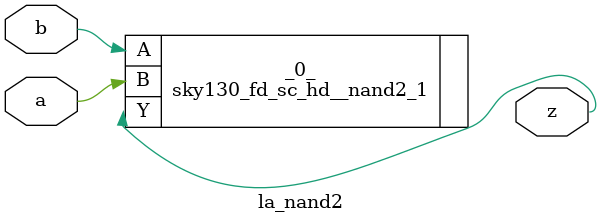
<source format=v>

/* Generated by Yosys 0.37 (git sha1 a5c7f69ed, clang 14.0.0-1ubuntu1.1 -fPIC -Os) */

module la_nand2(a, b, z);
  input a;
  wire a;
  input b;
  wire b;
  output z;
  wire z;
  sky130_fd_sc_hd__nand2_1 _0_ (
    .A(b),
    .B(a),
    .Y(z)
  );
endmodule

</source>
